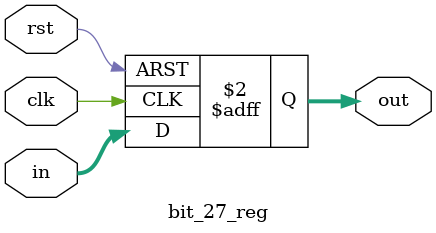
<source format=v>
    module bit_27_reg (in , clk , rst , out);
input [26:0]in;
input clk;
input rst;
output reg [26:0]out;
always@(posedge rst or posedge clk)
begin
    if(rst)
        out <= 27'b 0000_0000_0000_0000_0000_0000_000;
    else
        out <= in;
end
endmodule
    

</source>
